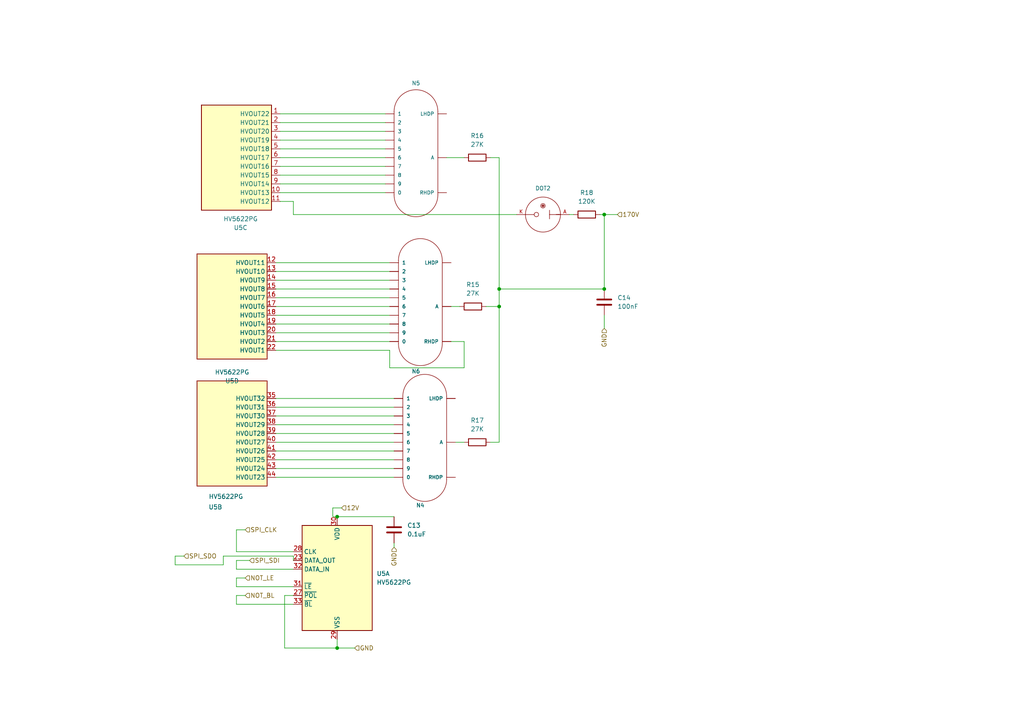
<source format=kicad_sch>
(kicad_sch (version 20250114) (generator "eeschema") (generator_version "9.0")
  (paper "A4")
  (lib_symbols
    (symbol "Device:C" (pin_numbers (hide yes)) (pin_names (offset 0.254))
      (property "Reference" "C" (at 0.635 2.54 0))
      (property "Value" "C" (at 0.635 -2.54 0))
      (symbol "C_0_1"
        (polyline (pts (xy -2.032 0.762) (xy 2.032 0.762)) (stroke (width 0.508)))
        (polyline (pts (xy -2.032 -0.762) (xy 2.032 -0.762)) (stroke (width 0.508)))
      )
      (symbol "C_1_1"
        (pin passive line (at 0 3.81 270) (length 2.794) (name "~") (number "1"))
        (pin passive line (at 0 -3.81 90) (length 2.794) (name "~") (number "2"))
      )
    )
    (symbol "Device:R" (pin_numbers (hide yes)) (pin_names (offset 0))
      (property "Reference" "R" (at 2.032 0 90))
      (property "Value" "R" (at 0 0 90))
      (symbol "R_0_1"
        (rectangle (start -1.016 -2.54) (end 1.016 2.54) (stroke (width 0.254)))
      )
      (symbol "R_1_1"
        (pin passive line (at 0 3.81 270) (length 1.27) (name "~") (number "1"))
        (pin passive line (at 0 -3.81 90) (length 1.27) (name "~") (number "2"))
      )
    )
    (symbol "HV5622:HV5622PG"
      (property "Reference" "U" (at -8.636 16.764 0))
      (property "Value" "HV5622PG" (at -4.572 -13.462 0))
      (symbol "HV5622PG_1_1"
        (rectangle (start -10.16 15.24) (end 10.16 -15.24) (stroke (width 0.254)) (fill (type background)))
        (pin input line (at -12.7 7.62 0) (length 2.54) (name "CLK") (number "28"))
        (pin output line (at -12.7 5.08 0) (length 2.54) (name "DATA_OUT") (number "23"))
        (pin input line (at -12.7 2.54 0) (length 2.54) (name "DATA_IN") (number "32"))
        (pin input line (at -12.7 -2.54 0) (length 2.54) (name "~{LE}") (number "31"))
        (pin input line (at -12.7 -5.08 0) (length 2.54) (name "~{POL}") (number "27"))
        (pin input line (at -12.7 -7.62 0) (length 2.54) (name "~{BL}") (number "33"))
        (pin power_in line (at 0 17.78 270) (length 2.54) (name "VDD") (number "30"))
        (pin power_in line (at 0 -17.78 90) (length 2.54) (name "VSS") (number "29"))
        (pin no_connect line (at 10.16 0 0) (length 2.54) (hide yes) (name "NC") (number "34"))
        (pin no_connect line (at 10.16 -2.54 0) (length 2.54) (hide yes) (name "NC") (number "26"))
        (pin no_connect line (at 10.16 -5.08 0) (length 2.54) (hide yes) (name "NC") (number "25"))
        (pin no_connect line (at 10.16 -7.62 0) (length 2.54) (hide yes) (name "NC") (number "24"))
      )
      (symbol "HV5622PG_2_1"
        (rectangle (start -10.16 15.24) (end 10.16 -15.24) (stroke (width 0.254)) (fill (type background)))
        (pin open_collector line (at 12.7 12.7 180) (length 2.54) (name "HVOUT23") (number "44"))
        (pin open_collector line (at 12.7 10.16 180) (length 2.54) (name "HVOUT24") (number "43"))
        (pin open_collector line (at 12.7 7.62 180) (length 2.54) (name "HVOUT25") (number "42"))
        (pin open_collector line (at 12.7 5.08 180) (length 2.54) (name "HVOUT26") (number "41"))
        (pin open_collector line (at 12.7 2.54 180) (length 2.54) (name "HVOUT27") (number "40"))
        (pin open_collector line (at 12.7 0 180) (length 2.54) (name "HVOUT28") (number "39"))
        (pin open_collector line (at 12.7 -2.54 180) (length 2.54) (name "HVOUT29") (number "38"))
        (pin open_collector line (at 12.7 -5.08 180) (length 2.54) (name "HVOUT30") (number "37"))
        (pin open_collector line (at 12.7 -7.62 180) (length 2.54) (name "HVOUT31") (number "36"))
        (pin open_collector line (at 12.7 -10.16 180) (length 2.54) (name "HVOUT32") (number "35"))
      )
      (symbol "HV5622PG_3_1"
        (rectangle (start -10.16 15.24) (end 10.16 -15.24) (stroke (width 0.254)) (fill (type background)))
        (rectangle (start 12.7 12.7) (end 12.7 12.7))
        (pin open_collector line (at 12.7 12.7 180) (length 2.54) (name "HVOUT12") (number "11"))
        (pin open_collector line (at 12.7 10.16 180) (length 2.54) (name "HVOUT13") (number "10"))
        (pin open_collector line (at 12.7 7.62 180) (length 2.54) (name "HVOUT14") (number "9"))
        (pin open_collector line (at 12.7 5.08 180) (length 2.54) (name "HVOUT15") (number "8"))
        (pin open_collector line (at 12.7 2.54 180) (length 2.54) (name "HVOUT16") (number "7"))
        (pin open_collector line (at 12.7 0 180) (length 2.54) (name "HVOUT17") (number "6"))
        (pin open_collector line (at 12.7 -2.54 180) (length 2.54) (name "HVOUT18") (number "5"))
        (pin open_collector line (at 12.7 -5.08 180) (length 2.54) (name "HVOUT19") (number "4"))
        (pin open_collector line (at 12.7 -7.62 180) (length 2.54) (name "HVOUT20") (number "3"))
        (pin open_collector line (at 12.7 -10.16 180) (length 2.54) (name "HVOUT21") (number "2"))
        (pin open_collector line (at 12.7 -12.7 180) (length 2.54) (name "HVOUT22") (number "1"))
      )
      (symbol "HV5622PG_4_1"
        (rectangle (start -10.16 15.24) (end 10.16 -15.24) (stroke (width 0.254)) (fill (type background)))
        (pin open_collector line (at 12.7 12.7 180) (length 2.54) (name "HVOUT1") (number "22"))
        (pin open_collector line (at 12.7 10.16 180) (length 2.54) (name "HVOUT2") (number "21"))
        (pin open_collector line (at 12.7 7.62 180) (length 2.54) (name "HVOUT3") (number "20"))
        (pin open_collector line (at 12.7 5.08 180) (length 2.54) (name "HVOUT4") (number "19"))
        (pin open_collector line (at 12.7 2.54 180) (length 2.54) (name "HVOUT5") (number "18"))
        (pin open_collector line (at 12.7 0 180) (length 2.54) (name "HVOUT6") (number "17"))
        (pin open_collector line (at 12.7 -2.54 180) (length 2.54) (name "HVOUT7") (number "16"))
        (pin open_collector line (at 12.7 -5.08 180) (length 2.54) (name "HVOUT8") (number "15"))
        (pin open_collector line (at 12.7 -7.62 180) (length 2.54) (name "HVOUT9") (number "14"))
        (pin open_collector line (at 12.7 -10.16 180) (length 2.54) (name "HVOUT10") (number "13"))
        (pin open_collector line (at 12.7 -12.7 180) (length 2.54) (name "HVOUT11") (number "12"))
      )
    )
    (symbol "nixies-us:IN-14" (pin_numbers (hide yes)) (pin_names (offset 1.016))
      (property "Reference" "N" (at -2.54 18.415 0))
      (symbol "IN-14_1_0"
        (polyline (pts (xy -5.08 -13.335) (xy -5.08 10.795)))
        (polyline (pts (xy 7.62 -13.335) (xy 7.62 10.795)))
      )
      (symbol "IN-14_1_1"
        (arc (start -5.08 10.795) (mid 1.27 17.145) (end 7.62 10.795))
        (arc (start 7.62 -13.335) (mid 1.27 -19.685) (end -5.08 -13.335))
        (pin bidirectional line (at -7.62 10.16 0) (length 2.54) (name "1") (number "1"))
        (pin bidirectional line (at -7.62 7.62 0) (length 2.54) (name "2") (number "2"))
        (pin bidirectional line (at -7.62 5.08 0) (length 2.54) (name "3") (number "3"))
        (pin bidirectional line (at -7.62 2.54 0) (length 2.54) (name "4") (number "4"))
        (pin bidirectional line (at -7.62 0 0) (length 2.54) (name "5") (number "5"))
        (pin bidirectional line (at -7.62 -2.54 0) (length 2.54) (name "6") (number "6"))
        (pin bidirectional line (at -7.62 -5.08 0) (length 2.54) (name "7") (number "7"))
        (pin bidirectional line (at -7.62 -7.62 0) (length 2.54) (name "8") (number "8"))
        (pin bidirectional line (at -7.62 -10.16 0) (length 2.54) (name "9") (number "9"))
        (pin bidirectional line (at -7.62 -12.7 0) (length 2.54) (name "0") (number "0"))
        (pin bidirectional line (at 10.16 10.16 180) (length 2.54) (name "LHDP") (number "LHDP"))
        (pin bidirectional line (at 10.16 -2.54 180) (length 2.54) (name "A") (number "A"))
        (pin bidirectional line (at 10.16 -12.7 180) (length 2.54) (name "RHDP") (number "RHDP"))
      )
    )
    (symbol "nixies-us:IN-3" (pin_names (offset 1.016) (hide yes))
      (property "Reference" "N" (at 1.27 3.175 0))
      (symbol "IN-3_1_0"
        (polyline (pts (xy 0 -2.54) (xy 0.635 -2.54)))
        (polyline (pts (xy 0.635 -2.54) (xy 0 -2.54)))
        (polyline (pts (xy 0.635 -2.54) (xy 3.175 -2.54)))
        (polyline (pts (xy 1.27 -2.54) (xy 0.635 -2.54)))
        (polyline (pts (xy 3.175 -2.54) (xy 3.175 -1.27)))
        (polyline (pts (xy 3.175 -2.54) (xy 3.175 -3.81)))
        (polyline (pts (xy 4.7498 0) (xy 5.08 0)))
        (polyline (pts (xy 5.08 0) (xy 5.08 0.3048)))
        (polyline (pts (xy 5.08 0) (xy 5.08 -0.3048)))
        (polyline (pts (xy 5.08 0) (xy 5.3848 0)))
        (polyline (pts (xy 10.16 -2.54) (xy 7.62 -2.54)))
      )
      (symbol "IN-3_1_1"
        (circle (center 5.08 0) (radius 0.3048))
        (circle (center 5.08 0) (radius 0.635))
        (circle (center 5.08 -2.54) (radius 5.08))
        (circle (center 6.985 -2.54) (radius 0.635))
        (pin bidirectional line (at -2.54 -2.54 0) (length 2.54) (name "A") (number "A"))
        (pin bidirectional line (at 12.7 -2.54 180) (length 2.54) (name "K") (number "K"))
      )
    )
  )
  (junction (at 97.79 149.86))
  (junction (at 144.78 83.82))
  (junction (at 97.79 187.96))
  (junction (at 175.26 83.82))
  (junction (at 175.26 62.23))
  (junction (at 144.78 88.9))
  (wire (pts (xy 50.8 163.83) (xy 50.8 161.29)))
  (wire (pts (xy 80.01 99.06) (xy 113.03 99.06)))
  (wire (pts (xy 71.12 167.64) (xy 68.58 167.64)))
  (wire (pts (xy 85.09 62.23) (xy 85.09 58.42)))
  (wire (pts (xy 81.28 43.18) (xy 111.76 43.18)))
  (wire (pts (xy 80.01 81.28) (xy 113.03 81.28)))
  (wire (pts (xy 96.52 149.86) (xy 97.79 149.86)))
  (wire (pts (xy 80.01 125.73) (xy 114.3 125.73)))
  (wire (pts (xy 81.28 55.88) (xy 111.76 55.88)))
  (wire (pts (xy 81.28 58.42) (xy 85.09 58.42)))
  (wire (pts (xy 68.58 172.72) (xy 68.58 175.26)))
  (wire (pts (xy 134.62 99.06) (xy 130.81 99.06)))
  (wire (pts (xy 85.09 170.18) (xy 68.58 170.18)))
  (wire (pts (xy 81.28 53.34) (xy 111.76 53.34)))
  (wire (pts (xy 85.09 162.56) (xy 85.09 161.29)))
  (wire (pts (xy 80.01 120.65) (xy 114.3 120.65)))
  (wire (pts (xy 68.58 160.02) (xy 85.09 160.02)))
  (wire (pts (xy 82.55 172.72) (xy 82.55 187.96)))
  (wire (pts (xy 134.62 106.68) (xy 134.62 99.06)))
  (wire (pts (xy 149.86 62.23) (xy 85.09 62.23)))
  (wire (pts (xy 165.1 62.23) (xy 166.37 62.23)))
  (wire (pts (xy 68.58 165.1) (xy 85.09 165.1)))
  (wire (pts (xy 175.26 62.23) (xy 179.07 62.23)))
  (wire (pts (xy 81.28 40.64) (xy 111.76 40.64)))
  (wire (pts (xy 80.01 76.2) (xy 113.03 76.2)))
  (wire (pts (xy 64.77 163.83) (xy 50.8 163.83)))
  (wire (pts (xy 81.28 50.8) (xy 111.76 50.8)))
  (wire (pts (xy 80.01 118.11) (xy 114.3 118.11)))
  (wire (pts (xy 80.01 96.52) (xy 113.03 96.52)))
  (wire (pts (xy 71.12 153.67) (xy 68.58 153.67)))
  (wire (pts (xy 80.01 86.36) (xy 113.03 86.36)))
  (wire (pts (xy 144.78 88.9) (xy 144.78 128.27)))
  (wire (pts (xy 85.09 161.29) (xy 64.77 161.29)))
  (wire (pts (xy 130.81 88.9) (xy 133.35 88.9)))
  (wire (pts (xy 68.58 167.64) (xy 68.58 170.18)))
  (wire (pts (xy 81.28 45.72) (xy 111.76 45.72)))
  (wire (pts (xy 80.01 88.9) (xy 113.03 88.9)))
  (wire (pts (xy 144.78 83.82) (xy 144.78 88.9)))
  (wire (pts (xy 72.39 162.56) (xy 68.58 162.56)))
  (wire (pts (xy 175.26 62.23) (xy 175.26 83.82)))
  (wire (pts (xy 80.01 91.44) (xy 113.03 91.44)))
  (wire (pts (xy 82.55 187.96) (xy 97.79 187.96)))
  (wire (pts (xy 64.77 161.29) (xy 64.77 163.83)))
  (wire (pts (xy 132.08 128.27) (xy 134.62 128.27)))
  (wire (pts (xy 113.03 106.68) (xy 134.62 106.68)))
  (wire (pts (xy 96.52 149.86) (xy 96.52 147.32)))
  (wire (pts (xy 50.8 161.29) (xy 53.34 161.29)))
  (wire (pts (xy 71.12 172.72) (xy 68.58 172.72)))
  (wire (pts (xy 173.99 62.23) (xy 175.26 62.23)))
  (wire (pts (xy 144.78 83.82) (xy 175.26 83.82)))
  (wire (pts (xy 81.28 35.56) (xy 111.76 35.56)))
  (wire (pts (xy 81.28 48.26) (xy 111.76 48.26)))
  (wire (pts (xy 97.79 187.96) (xy 97.79 185.42)))
  (wire (pts (xy 80.01 130.81) (xy 114.3 130.81)))
  (wire (pts (xy 80.01 123.19) (xy 114.3 123.19)))
  (wire (pts (xy 140.97 88.9) (xy 144.78 88.9)))
  (wire (pts (xy 97.79 149.86) (xy 114.3 149.86)))
  (wire (pts (xy 80.01 138.43) (xy 114.3 138.43)))
  (wire (pts (xy 81.28 33.02) (xy 111.76 33.02)))
  (wire (pts (xy 96.52 147.32) (xy 99.06 147.32)))
  (wire (pts (xy 80.01 78.74) (xy 113.03 78.74)))
  (wire (pts (xy 80.01 115.57) (xy 114.3 115.57)))
  (wire (pts (xy 80.01 83.82) (xy 113.03 83.82)))
  (wire (pts (xy 80.01 128.27) (xy 114.3 128.27)))
  (wire (pts (xy 97.79 187.96) (xy 102.87 187.96)))
  (wire (pts (xy 113.03 101.6) (xy 113.03 106.68)))
  (wire (pts (xy 80.01 135.89) (xy 114.3 135.89)))
  (wire (pts (xy 68.58 162.56) (xy 68.58 165.1)))
  (wire (pts (xy 68.58 153.67) (xy 68.58 160.02)))
  (wire (pts (xy 68.58 175.26) (xy 85.09 175.26)))
  (wire (pts (xy 175.26 91.44) (xy 175.26 95.25)))
  (wire (pts (xy 114.3 157.48) (xy 114.3 158.75)))
  (wire (pts (xy 129.54 45.72) (xy 134.62 45.72)))
  (wire (pts (xy 80.01 101.6) (xy 113.03 101.6)))
  (wire (pts (xy 144.78 45.72) (xy 144.78 83.82)))
  (wire (pts (xy 80.01 133.35) (xy 114.3 133.35)))
  (wire (pts (xy 81.28 38.1) (xy 111.76 38.1)))
  (wire (pts (xy 142.24 45.72) (xy 144.78 45.72)))
  (wire (pts (xy 142.24 128.27) (xy 144.78 128.27)))
  (wire (pts (xy 80.01 93.98) (xy 113.03 93.98)))
  (wire (pts (xy 82.55 172.72) (xy 85.09 172.72)))
  (hierarchical_label "GND" (shape input) (at 102.87 187.96 0))
  (hierarchical_label "GND" (shape input) (at 114.3 158.75 270))
  (hierarchical_label "SPI_SDO" (shape input) (at 53.34 161.29 0))
  (hierarchical_label "12V" (shape input) (at 99.06 147.32 0))
  (hierarchical_label "SPI_CLK" (shape input) (at 71.12 153.67 0))
  (hierarchical_label "SPI_SDI" (shape input) (at 72.39 162.56 0))
  (hierarchical_label "GND" (shape input) (at 175.26 95.25 270))
  (hierarchical_label "NOT_BL" (shape input) (at 71.12 172.72 0))
  (hierarchical_label "170V" (shape input) (at 179.07 62.23 0))
  (hierarchical_label "NOT_LE" (shape input) (at 71.12 167.64 0))
  (symbol (lib_id "Device:C") (at 114.3 153.67 180) (unit 1)
    (property "Reference" "C13" (at 118.11 152.3999 0) (effects (justify right)))
    (property "Value" "0.1uF" (at 118.11 154.9399 0) (effects (justify right)))
    (property "Footprint" "Capacitor_SMD:C_1206_3216Metric" (effects (hide yes)))
    (property "Description" "Unpolarized capacitor" (effects (hide yes)))
  )
  (symbol (lib_id "Device:R") (at 138.43 128.27 270) (unit 1)
    (property "Reference" "R17" (at 138.43 121.92 90))
    (property "Value" "27K" (at 138.43 124.46 90))
    (property "Footprint" "Resistor_SMD:R_1206_3216Metric" (effects (hide yes)))
    (property "Description" "Resistor" (effects (hide yes)))
  )
  (symbol (lib_id "nixies-us:IN-3") (at 162.56 59.69 0) (mirror y) (unit 1)
    (property "Reference" "DOT2" (at 157.48 54.61 0) (effects (font (size 1.143 1.143))))
    (property "Value" "IN-3" (effects (hide yes)))
    (property "Footprint" "nixies-us:nixies-us-IN-3" (effects (hide yes)))
  )
  (symbol (lib_id "Device:R") (at 138.43 45.72 270) (unit 1)
    (property "Reference" "R16" (at 138.43 39.37 90))
    (property "Value" "27K" (at 138.43 41.91 90))
    (property "Footprint" "Resistor_SMD:R_1206_3216Metric" (effects (hide yes)))
    (property "Description" "Resistor" (effects (hide yes)))
  )
  (symbol (lib_id "Device:R") (at 137.16 88.9 270) (unit 1)
    (property "Reference" "R15" (at 137.16 82.55 90))
    (property "Value" "27K" (at 137.16 85.09 90))
    (property "Footprint" "Resistor_SMD:R_1206_3216Metric" (effects (hide yes)))
    (property "Description" "Resistor" (effects (hide yes)))
  )
  (symbol (lib_id "nixies-us:IN-14") (at 119.38 43.18 0) (unit 1)
    (property "Reference" "N5" (at 120.65 24.13 0) (effects (font (size 1.143 1.143))))
    (property "Value" "IN-14" (effects (hide yes)))
    (property "Footprint" "nixies-us:nixies-us-IN-14" (effects (hide yes)))
  )
  (symbol (lib_id "nixies-us:IN-14") (at 120.65 86.36 0) (unit 1)
    (property "Reference" "N6" (at 120.65 107.696 0) (effects (font (size 1.143 1.143))))
    (property "Value" "IN-14" (effects (hide yes)))
    (property "Footprint" "nixies-us:nixies-us-IN-14" (effects (hide yes)))
  )
  (symbol (lib_id "nixies-us:IN-14") (at 121.92 125.73 0) (unit 1)
    (property "Reference" "N4" (at 121.92 146.558 0) (effects (font (size 1.143 1.143))))
    (property "Value" "IN-14" (effects (hide yes)))
    (property "Footprint" "nixies-us:nixies-us-IN-14" (effects (hide yes)))
  )
  (symbol (lib_id "HV5622:HV5622PG") (at 67.31 88.9 0) (mirror x) (unit 4)
    (property "Reference" "U5" (at 67.31 110.49 0))
    (property "Value" "HV5622PG" (at 67.31 107.95 0))
    (property "Footprint" "Package_QFP:PQFP-44_10x10mm_P0.8mm" (effects (hide yes)))
    (property "Datasheet" "https://ww1.microchip.com/downloads/aemDocuments/documents/OTH/ProductDocuments/DataSheets/20005854A.pdf" (effects (hide yes)))
    (property "Description" "32-Channel, Serial to Parallel Converter w/ Open Drain Outputs, 220V" (effects (hide yes)))
  )
  (symbol (lib_id "Device:C") (at 175.26 87.63 0) (unit 1)
    (property "Reference" "C14" (at 179.07 86.3599 0) (effects (justify left)))
    (property "Value" "100nF" (at 179.07 88.8999 0) (effects (justify left)))
    (property "Footprint" "Capacitor_SMD:C_1206_3216Metric" (effects (hide yes)))
    (property "Description" "Unpolarized capacitor" (effects (hide yes)))
  )
  (symbol (lib_id "HV5622:HV5622PG") (at 97.79 167.64 0) (unit 1)
    (property "Reference" "U5" (at 109.22 166.3699 0) (effects (justify left)))
    (property "Value" "HV5622PG" (at 109.22 168.9099 0) (effects (justify left)))
    (property "Footprint" "Package_QFP:PQFP-44_10x10mm_P0.8mm" (effects (hide yes)))
    (property "Datasheet" "https://ww1.microchip.com/downloads/aemDocuments/documents/OTH/ProductDocuments/DataSheets/20005854A.pdf" (effects (hide yes)))
    (property "Description" "32-Channel, Serial to Parallel Converter w/ Open Drain Outputs, 220V" (effects (hide yes)))
  )
  (symbol (lib_id "HV5622:HV5622PG") (at 68.58 45.72 0) (mirror x) (unit 3)
    (property "Reference" "U5" (at 69.7865 66.04 0))
    (property "Value" "HV5622PG" (at 69.7865 63.5 0))
    (property "Footprint" "Package_QFP:PQFP-44_10x10mm_P0.8mm" (effects (hide yes)))
    (property "Datasheet" "https://ww1.microchip.com/downloads/aemDocuments/documents/OTH/ProductDocuments/DataSheets/20005854A.pdf" (effects (hide yes)))
    (property "Description" "32-Channel, Serial to Parallel Converter w/ Open Drain Outputs, 220V" (effects (hide yes)))
  )
  (symbol (lib_id "Device:R") (at 170.18 62.23 90) (unit 1)
    (property "Reference" "R18" (at 170.18 55.88 90))
    (property "Value" "120K" (at 170.18 58.42 90))
    (property "Footprint" "Resistor_SMD:R_1206_3216Metric" (effects (hide yes)))
    (property "Description" "Resistor" (effects (hide yes)))
  )
  (symbol (lib_id "HV5622:HV5622PG") (at 67.31 125.73 0) (mirror x) (unit 2)
    (property "Reference" "U5" (at 62.484 147.066 0))
    (property "Value" "HV5622PG" (at 65.532 144.018 0))
    (property "Footprint" "Package_QFP:PQFP-44_10x10mm_P0.8mm" (effects (hide yes)))
    (property "Datasheet" "https://ww1.microchip.com/downloads/aemDocuments/documents/OTH/ProductDocuments/DataSheets/20005854A.pdf" (effects (hide yes)))
    (property "Description" "32-Channel, Serial to Parallel Converter w/ Open Drain Outputs, 220V" (effects (hide yes)))
  )
)
</source>
